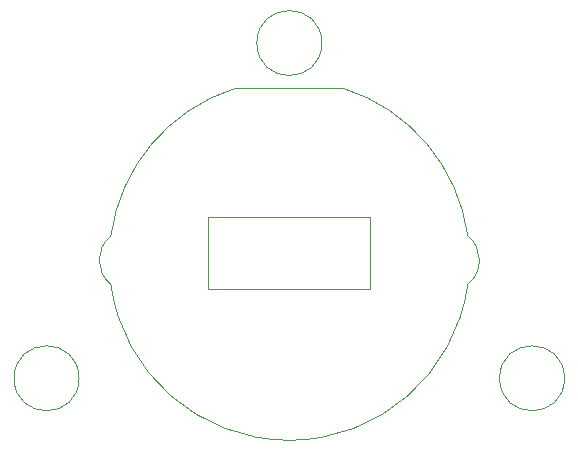
<source format=gbr>
%TF.GenerationSoftware,KiCad,Pcbnew,(5.1.9)-1*%
%TF.CreationDate,2021-09-08T15:23:30-06:00*%
%TF.ProjectId,standby_airspeed_vvi,7374616e-6462-4795-9f61-697273706565,rev?*%
%TF.SameCoordinates,Original*%
%TF.FileFunction,Other,User*%
%FSLAX46Y46*%
G04 Gerber Fmt 4.6, Leading zero omitted, Abs format (unit mm)*
G04 Created by KiCad (PCBNEW (5.1.9)-1) date 2021-09-08 15:23:30*
%MOMM*%
%LPD*%
G01*
G04 APERTURE LIST*
%ADD10C,0.100000*%
%ADD11C,0.050000*%
G04 APERTURE END LIST*
D10*
%TO.C,M1*%
X164824410Y-98906845D02*
G75*
G02*
X164824711Y-94828822I1613356J2038893D01*
G01*
X195049696Y-98915400D02*
G75*
G02*
X164824711Y-98907082I-15111930J2047448D01*
G01*
X164824305Y-94831831D02*
G75*
G02*
X175370492Y-82317952I15113461J-2036121D01*
G01*
X195051122Y-94829059D02*
G75*
G02*
X195050821Y-98907082I-1613356J-2038893D01*
G01*
X184502143Y-82317044D02*
G75*
G02*
X195050821Y-94828822I-4564377J-14550908D01*
G01*
X175370492Y-82317952D02*
X184505040Y-82317952D01*
D11*
%TO.C,J1*%
X173057766Y-99334574D02*
X186807766Y-99334574D01*
X186807766Y-99334574D02*
X186807766Y-93184574D01*
X186807766Y-93184574D02*
X173057766Y-93184574D01*
X173057766Y-93184574D02*
X173057766Y-99334574D01*
%TO.C,H3*%
X182687766Y-78484574D02*
G75*
G03*
X182687766Y-78484574I-2750000J0D01*
G01*
%TO.C,H2*%
X203241250Y-106867951D02*
G75*
G03*
X203241250Y-106867951I-2750000J0D01*
G01*
%TO.C,H1*%
X162134281Y-106867951D02*
G75*
G03*
X162134281Y-106867951I-2750000J0D01*
G01*
%TD*%
M02*

</source>
